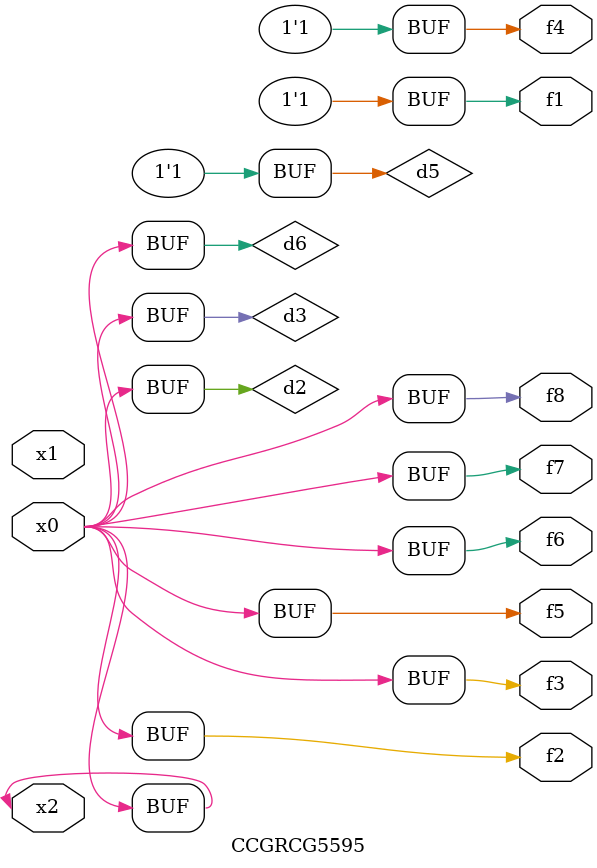
<source format=v>
module CCGRCG5595(
	input x0, x1, x2,
	output f1, f2, f3, f4, f5, f6, f7, f8
);

	wire d1, d2, d3, d4, d5, d6;

	xnor (d1, x2);
	buf (d2, x0, x2);
	and (d3, x0);
	xnor (d4, x1, x2);
	nand (d5, d1, d3);
	buf (d6, d2, d3);
	assign f1 = d5;
	assign f2 = d6;
	assign f3 = d6;
	assign f4 = d5;
	assign f5 = d6;
	assign f6 = d6;
	assign f7 = d6;
	assign f8 = d6;
endmodule

</source>
